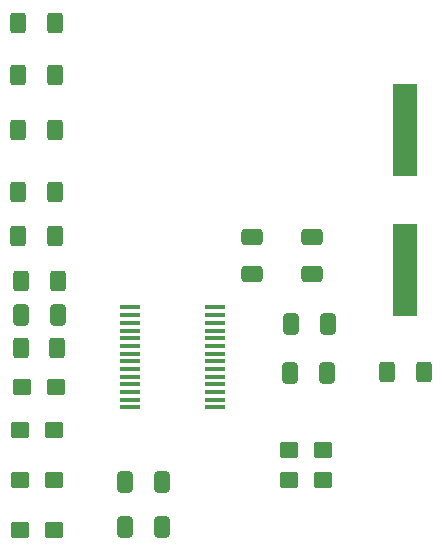
<source format=gbr>
%TF.GenerationSoftware,KiCad,Pcbnew,6.0.11+dfsg-1*%
%TF.CreationDate,2024-01-30T14:39:01+01:00*%
%TF.ProjectId,Langstone-Soundcard,4c616e67-7374-46f6-9e65-2d536f756e64,rev?*%
%TF.SameCoordinates,Original*%
%TF.FileFunction,Paste,Top*%
%TF.FilePolarity,Positive*%
%FSLAX46Y46*%
G04 Gerber Fmt 4.6, Leading zero omitted, Abs format (unit mm)*
G04 Created by KiCad (PCBNEW 6.0.11+dfsg-1) date 2024-01-30 14:39:01*
%MOMM*%
%LPD*%
G01*
G04 APERTURE LIST*
G04 Aperture macros list*
%AMRoundRect*
0 Rectangle with rounded corners*
0 $1 Rounding radius*
0 $2 $3 $4 $5 $6 $7 $8 $9 X,Y pos of 4 corners*
0 Add a 4 corners polygon primitive as box body*
4,1,4,$2,$3,$4,$5,$6,$7,$8,$9,$2,$3,0*
0 Add four circle primitives for the rounded corners*
1,1,$1+$1,$2,$3*
1,1,$1+$1,$4,$5*
1,1,$1+$1,$6,$7*
1,1,$1+$1,$8,$9*
0 Add four rect primitives between the rounded corners*
20,1,$1+$1,$2,$3,$4,$5,0*
20,1,$1+$1,$4,$5,$6,$7,0*
20,1,$1+$1,$6,$7,$8,$9,0*
20,1,$1+$1,$8,$9,$2,$3,0*%
G04 Aperture macros list end*
%ADD10RoundRect,0.250000X-0.400000X-0.625000X0.400000X-0.625000X0.400000X0.625000X-0.400000X0.625000X0*%
%ADD11RoundRect,0.250000X-0.650000X0.412500X-0.650000X-0.412500X0.650000X-0.412500X0.650000X0.412500X0*%
%ADD12RoundRect,0.250000X0.537500X0.425000X-0.537500X0.425000X-0.537500X-0.425000X0.537500X-0.425000X0*%
%ADD13RoundRect,0.250000X0.650000X-0.412500X0.650000X0.412500X-0.650000X0.412500X-0.650000X-0.412500X0*%
%ADD14RoundRect,0.250000X-0.412500X-0.650000X0.412500X-0.650000X0.412500X0.650000X-0.412500X0.650000X0*%
%ADD15R,1.750000X0.450000*%
%ADD16RoundRect,0.250000X0.412500X0.650000X-0.412500X0.650000X-0.412500X-0.650000X0.412500X-0.650000X0*%
%ADD17R,2.000000X7.875000*%
%ADD18RoundRect,0.250000X-0.537500X-0.425000X0.537500X-0.425000X0.537500X0.425000X-0.537500X0.425000X0*%
G04 APERTURE END LIST*
D10*
%TO.C,R6*%
X115060000Y-79440000D03*
X118160000Y-79440000D03*
%TD*%
D11*
%TO.C,C4*%
X134874000Y-83273500D03*
X134874000Y-86398500D03*
%TD*%
D12*
%TO.C,C1*%
X118087500Y-99650000D03*
X115212500Y-99650000D03*
%TD*%
D13*
%TO.C,C9*%
X139954000Y-86398500D03*
X139954000Y-83273500D03*
%TD*%
D12*
%TO.C,C5*%
X118277500Y-96012000D03*
X115402500Y-96012000D03*
%TD*%
D10*
%TO.C,R2*%
X115060000Y-69585000D03*
X118160000Y-69585000D03*
%TD*%
D12*
%TO.C,C6*%
X118092500Y-108070000D03*
X115217500Y-108070000D03*
%TD*%
D14*
%TO.C,C12*%
X138137500Y-90678000D03*
X141262500Y-90678000D03*
%TD*%
D15*
%TO.C,U1*%
X124485000Y-89240000D03*
X124485000Y-89890000D03*
X124485000Y-90540000D03*
X124485000Y-91190000D03*
X124485000Y-91840000D03*
X124485000Y-92490000D03*
X124485000Y-93140000D03*
X124485000Y-93790000D03*
X124485000Y-94440000D03*
X124485000Y-95090000D03*
X124485000Y-95740000D03*
X124485000Y-96390000D03*
X124485000Y-97040000D03*
X124485000Y-97690000D03*
X131685000Y-97690000D03*
X131685000Y-97040000D03*
X131685000Y-96390000D03*
X131685000Y-95740000D03*
X131685000Y-95090000D03*
X131685000Y-94440000D03*
X131685000Y-93790000D03*
X131685000Y-93140000D03*
X131685000Y-92490000D03*
X131685000Y-91840000D03*
X131685000Y-91190000D03*
X131685000Y-90540000D03*
X131685000Y-89890000D03*
X131685000Y-89240000D03*
%TD*%
D10*
%TO.C,R3*%
X115060000Y-74190000D03*
X118160000Y-74190000D03*
%TD*%
D14*
%TO.C,C13*%
X138057500Y-94795000D03*
X141182500Y-94795000D03*
%TD*%
D16*
%TO.C,C7*%
X127223500Y-107803000D03*
X124098500Y-107803000D03*
%TD*%
D10*
%TO.C,R1*%
X115060000Y-65140000D03*
X118160000Y-65140000D03*
%TD*%
D17*
%TO.C,Y1*%
X147770000Y-74192500D03*
X147770000Y-86067500D03*
%TD*%
D16*
%TO.C,C8*%
X127223500Y-103993000D03*
X124098500Y-103993000D03*
%TD*%
D10*
%TO.C,R4*%
X115266000Y-92710000D03*
X118366000Y-92710000D03*
%TD*%
D18*
%TO.C,C11*%
X138008500Y-103886000D03*
X140883500Y-103886000D03*
%TD*%
D10*
%TO.C,R5*%
X115060000Y-83200000D03*
X118160000Y-83200000D03*
%TD*%
D12*
%TO.C,C2*%
X118092500Y-103875000D03*
X115217500Y-103875000D03*
%TD*%
D10*
%TO.C,R7*%
X115316000Y-86970000D03*
X118416000Y-86970000D03*
%TD*%
%TO.C,R8*%
X146278000Y-94742000D03*
X149378000Y-94742000D03*
%TD*%
D16*
%TO.C,C3*%
X118402500Y-89916000D03*
X115277500Y-89916000D03*
%TD*%
D18*
%TO.C,C10*%
X138008500Y-101346000D03*
X140883500Y-101346000D03*
%TD*%
M02*

</source>
